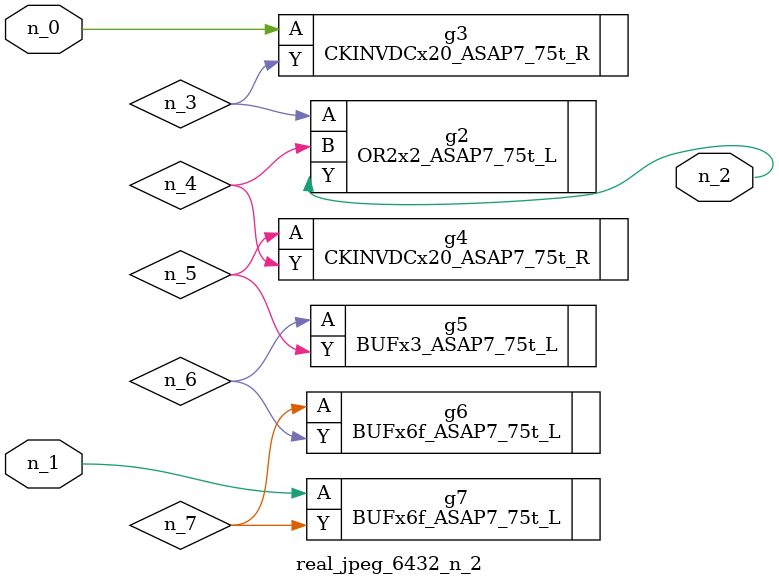
<source format=v>
module real_jpeg_6432_n_2 (n_1, n_0, n_2);

input n_1;
input n_0;

output n_2;

wire n_5;
wire n_4;
wire n_6;
wire n_7;
wire n_3;

CKINVDCx20_ASAP7_75t_R g3 ( 
.A(n_0),
.Y(n_3)
);

BUFx6f_ASAP7_75t_L g7 ( 
.A(n_1),
.Y(n_7)
);

OR2x2_ASAP7_75t_L g2 ( 
.A(n_3),
.B(n_4),
.Y(n_2)
);

CKINVDCx20_ASAP7_75t_R g4 ( 
.A(n_5),
.Y(n_4)
);

BUFx3_ASAP7_75t_L g5 ( 
.A(n_6),
.Y(n_5)
);

BUFx6f_ASAP7_75t_L g6 ( 
.A(n_7),
.Y(n_6)
);


endmodule
</source>
